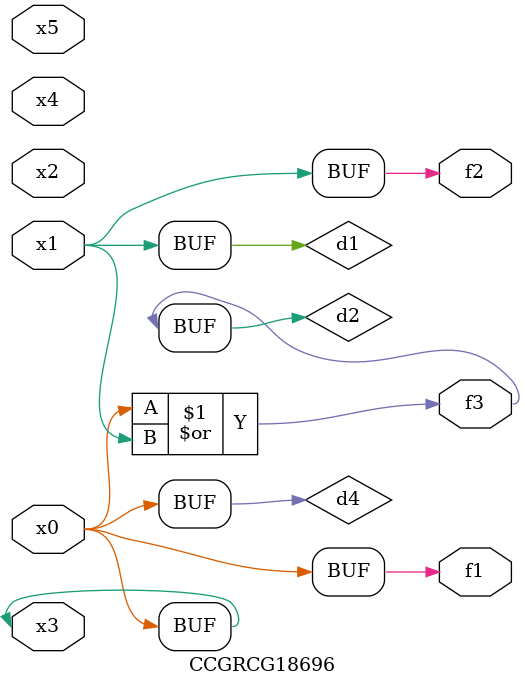
<source format=v>
module CCGRCG18696(
	input x0, x1, x2, x3, x4, x5,
	output f1, f2, f3
);

	wire d1, d2, d3, d4;

	and (d1, x1);
	or (d2, x0, x1);
	nand (d3, x0, x5);
	buf (d4, x0, x3);
	assign f1 = d4;
	assign f2 = d1;
	assign f3 = d2;
endmodule

</source>
